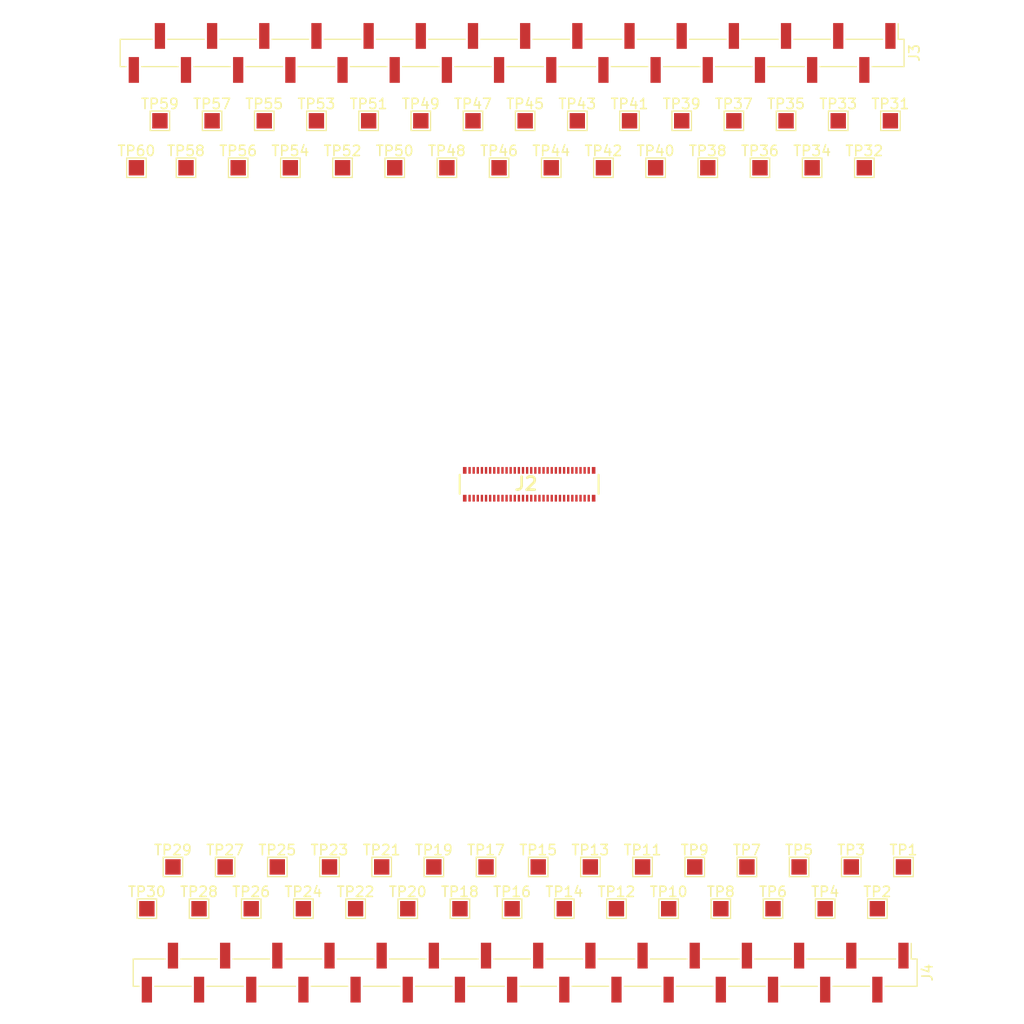
<source format=kicad_pcb>
(kicad_pcb (version 20221018) (generator pcbnew)
  (layers (0 "F.Cu" signal) (31 "B.Cu" signal) (34 "B.Paste" user) (35 "F.Paste" user) (36 "B.SilkS" user "B.Silkscreen") (37 "F.SilkS" user "F.Silkscreen") (38 "B.Mask" user) (39 "F.Mask" user) (44 "Edge.Cuts" user))
  (net 0 "")
  (net 1 "GND")
  (net 2 "/VCCIO2{slash}3")
  (net 3 "/IOB4A")
  (net 4 "/IOB4B")
  (net 5 "/IOR18A")
  (net 6 "/IOB26A")
  (net 7 "/IOR18B")
  (net 8 "/IOB26B")
  (net 9 "/IOR20A")
  (net 10 "/IOB24A")
  (net 11 "/IOR20B")
  (net 12 "/RECONFIG")
  (net 13 "/IOR22A")
  (net 14 "/IOB12B")
  (net 15 "/IOR22B")
  (net 16 "/IOB14B")
  (net 17 "/IOR24A")
  (net 18 "/IOR24B")
  (net 19 "/TCK")
  (net 20 "/IOR31A")
  (net 21 "/TMS")
  (net 22 "/IOR31B")
  (net 23 "/TDO")
  (net 24 "/IOR33A")
  (net 25 "/TDI")
  (net 26 "/IOR33B")
  (net 27 "/IOB89A")
  (net 28 "/M0_D3P")
  (net 29 "/IOB89B")
  (net 30 "/M0_D3N")
  (net 31 "/IOB91A")
  (net 32 "/IOB91B")
  (net 33 "/M0_D2P")
  (net 34 "/VDD_1V8")
  (net 35 "/M0_D2N")
  (net 36 "+2V5")
  (net 37 "/M0_CKP")
  (net 38 "/M0_CKN")
  (net 39 "+3V3")
  (net 40 "/M0_D1P")
  (net 41 "/M0_D1N")
  (net 42 "+5V")
  (net 43 "/M0_D0P")
  (net 44 "/M0_D0N")
  (net 45 "Net-(J3-Pin_10)")
  (footprint "TestPoint:TestPoint_Pad_1.5x1.5mm" (layer "F.Cu") (at 157.734 51.816)
    (fp_text reference "TP49" (at 0 -1.648) (layer "F.SilkS"))
    (fp_text value "TestPoint" hide)
    (pad "1" smd rect (at 0 0) (size 1.5 1.5) (layers "F.Cu" "F.Mask") (net 22 "/IOR31B"))
  )
  (footprint "TestPoint:TestPoint_Pad_1.5x1.5mm" (layer "F.Cu") (at 147.574 51.816)
    (fp_text reference "TP53" (at 0 -1.648) (layer "F.SilkS"))
    (fp_text value "TestPoint" hide)
    (pad "1" smd rect (at 0 0) (size 1.5 1.5) (layers "F.Cu" "F.Mask") (net 15 "/IOR22B"))
  )
  (footprint "TestPoint:TestPoint_Pad_1.5x1.5mm" (layer "F.Cu") (at 153.924 124.46)
    (fp_text reference "TP21" (at 0 -1.648) (layer "F.SilkS"))
    (fp_text value "TestPoint" hide)
    (pad "1" smd rect (at 0 0) (size 1.5 1.5) (layers "F.Cu" "F.Mask") (net 1 "GND"))
  )
  (footprint "TestPoint:TestPoint_Pad_1.5x1.5mm" (layer "F.Cu") (at 159.004 124.46)
    (fp_text reference "TP19" (at 0 -1.648) (layer "F.SilkS"))
    (fp_text value "TestPoint" hide)
    (pad "1" smd rect (at 0 0) (size 1.5 1.5) (layers "F.Cu" "F.Mask") (net 21 "/TMS"))
  )
  (footprint "TestPoint:TestPoint_Pad_1.5x1.5mm" (layer "F.Cu") (at 156.464 128.524)
    (fp_text reference "TP20" (at 0 -1.648) (layer "F.SilkS"))
    (fp_text value "TestPoint" hide)
    (pad "1" smd rect (at 0 0) (size 1.5 1.5) (layers "F.Cu" "F.Mask") (net 19 "/TCK"))
  )
  (footprint "TestPoint:TestPoint_Pad_1.5x1.5mm" (layer "F.Cu") (at 175.514 56.388)
    (fp_text reference "TP42" (at 0 -1.648) (layer "F.SilkS"))
    (fp_text value "TestPoint" hide)
    (pad "1" smd rect (at 0 0) (size 1.5 1.5) (layers "F.Cu" "F.Mask") (net 34 "/VDD_1V8"))
  )
  (footprint "TestPoint:TestPoint_Pad_1.5x1.5mm" (layer "F.Cu") (at 164.084 124.46)
    (fp_text reference "TP17" (at 0 -1.648) (layer "F.SilkS"))
    (fp_text value "TestPoint" hide)
    (pad "1" smd rect (at 0 0) (size 1.5 1.5) (layers "F.Cu" "F.Mask") (net 25 "/TDI"))
  )
  (footprint "TestPoint:TestPoint_Pad_1.5x1.5mm" (layer "F.Cu") (at 171.704 128.524)
    (fp_text reference "TP14" (at 0 -1.648) (layer "F.SilkS"))
    (fp_text value "TestPoint" hide)
    (pad "1" smd rect (at 0 0) (size 1.5 1.5) (layers "F.Cu" "F.Mask") (net 30 "/M0_D3N"))
  )
  (footprint "TestPoint:TestPoint_Pad_1.5x1.5mm" (layer "F.Cu") (at 192.024 128.524)
    (fp_text reference "TP6" (at 0 -1.648) (layer "F.SilkS"))
    (fp_text value "TestPoint" hide)
    (pad "1" smd rect (at 0 0) (size 1.5 1.5) (layers "F.Cu" "F.Mask") (net 40 "/M0_D1P"))
  )
  (footprint "TestPoint:TestPoint_Pad_1.5x1.5mm" (layer "F.Cu") (at 176.784 128.524)
    (fp_text reference "TP12" (at 0 -1.648) (layer "F.SilkS"))
    (fp_text value "TestPoint" hide)
    (pad "1" smd rect (at 0 0) (size 1.5 1.5) (layers "F.Cu" "F.Mask") (net 33 "/M0_D2P"))
  )
  (footprint "TestPoint:TestPoint_Pad_1.5x1.5mm" (layer "F.Cu") (at 134.874 56.388)
    (fp_text reference "TP58" (at 0 -1.648) (layer "F.SilkS"))
    (fp_text value "TestPoint" hide)
    (pad "1" smd rect (at 0 0) (size 1.5 1.5) (layers "F.Cu" "F.Mask") (net 5 "/IOR18A"))
  )
  (footprint "TestPoint:TestPoint_Pad_1.5x1.5mm" (layer "F.Cu") (at 161.544 128.524)
    (fp_text reference "TP18" (at 0 -1.648) (layer "F.SilkS"))
    (fp_text value "TestPoint" hide)
    (pad "1" smd rect (at 0 0) (size 1.5 1.5) (layers "F.Cu" "F.Mask") (net 23 "/TDO"))
  )
  (footprint "TestPoint:TestPoint_Pad_1.5x1.5mm" (layer "F.Cu") (at 160.274 56.388)
    (fp_text reference "TP48" (at 0 -1.648) (layer "F.SilkS"))
    (fp_text value "TestPoint" hide)
    (pad "1" smd rect (at 0 0) (size 1.5 1.5) (layers "F.Cu" "F.Mask") (net 24 "/IOR33A"))
  )
  (footprint "TestPoint:TestPoint_Pad_1.5x1.5mm" (layer "F.Cu") (at 204.724 124.46)
    (fp_text reference "TP1" (at 0 -1.648) (layer "F.SilkS"))
    (fp_text value "TestPoint" hide)
    (pad "1" smd rect (at 0 0) (size 1.5 1.5) (layers "F.Cu" "F.Mask") (net 1 "GND"))
  )
  (footprint "TestPoint:TestPoint_Pad_1.5x1.5mm" (layer "F.Cu") (at 197.104 128.524)
    (fp_text reference "TP4" (at 0 -1.648) (layer "F.SilkS"))
    (fp_text value "TestPoint" hide)
    (pad "1" smd rect (at 0 0) (size 1.5 1.5) (layers "F.Cu" "F.Mask") (net 1 "GND"))
  )
  (footprint "TestPoint:TestPoint_Pad_1.5x1.5mm" (layer "F.Cu") (at 180.594 56.388)
    (fp_text reference "TP40" (at 0 -1.648) (layer "F.SilkS"))
    (fp_text value "TestPoint" hide)
    (pad "1" smd rect (at 0 0) (size 1.5 1.5) (layers "F.Cu" "F.Mask") (net 45 "Net-(J3-Pin_10)"))
  )
  (footprint "TestPoint:TestPoint_Pad_1.5x1.5mm" (layer "F.Cu") (at 152.654 51.816)
    (fp_text reference "TP51" (at 0 -1.648) (layer "F.SilkS"))
    (fp_text value "TestPoint" hide)
    (pad "1" smd rect (at 0 0) (size 1.5 1.5) (layers "F.Cu" "F.Mask") (net 18 "/IOR24B"))
  )
  (footprint "TestPoint:TestPoint_Pad_1.5x1.5mm" (layer "F.Cu") (at 148.844 124.46)
    (fp_text reference "TP23" (at 0 -1.648) (layer "F.SilkS"))
    (fp_text value "TestPoint" hide)
    (pad "1" smd rect (at 0 0) (size 1.5 1.5) (layers "F.Cu" "F.Mask") (net 14 "/IOB12B"))
  )
  (footprint "TestPoint:TestPoint_Pad_1.5x1.5mm" (layer "F.Cu") (at 194.564 124.46)
    (fp_text reference "TP5" (at 0 -1.648) (layer "F.SilkS"))
    (fp_text value "TestPoint" hide)
    (pad "1" smd rect (at 0 0) (size 1.5 1.5) (layers "F.Cu" "F.Mask") (net 41 "/M0_D1N"))
  )
  (footprint "TestPoint:TestPoint_Pad_1.5x1.5mm" (layer "F.Cu") (at 165.354 56.388)
    (fp_text reference "TP46" (at 0 -1.648) (layer "F.SilkS"))
    (fp_text value "TestPoint" hide)
    (pad "1" smd rect (at 0 0) (size 1.5 1.5) (layers "F.Cu" "F.Mask") (net 27 "/IOB89A"))
  )
  (footprint "TestPoint:TestPoint_Pad_1.5x1.5mm" (layer "F.Cu") (at 166.624 128.524)
    (fp_text reference "TP16" (at 0 -1.648) (layer "F.SilkS"))
    (fp_text value "TestPoint" hide)
    (pad "1" smd rect (at 0 0) (size 1.5 1.5) (layers "F.Cu" "F.Mask") (net 1 "GND"))
  )
  (footprint "TestPoint:TestPoint_Pad_1.5x1.5mm" (layer "F.Cu") (at 195.834 56.388)
    (fp_text reference "TP34" (at 0 -1.648) (layer "F.SilkS"))
    (fp_text value "TestPoint" hide)
    (pad "1" smd rect (at 0 0) (size 1.5 1.5) (layers "F.Cu" "F.Mask") (net 42 "+5V"))
  )
  (footprint "TestPoint:TestPoint_Pad_1.5x1.5mm" (layer "F.Cu") (at 189.484 124.46)
    (fp_text reference "TP7" (at 0 -1.648) (layer "F.SilkS"))
    (fp_text value "TestPoint" hide)
    (pad "1" smd rect (at 0 0) (size 1.5 1.5) (layers "F.Cu" "F.Mask") (net 1 "GND"))
  )
  (footprint "TestPoint:TestPoint_Pad_1.5x1.5mm" (layer "F.Cu") (at 202.184 128.524)
    (fp_text reference "TP2" (at 0 -1.648) (layer "F.SilkS"))
    (fp_text value "TestPoint" hide)
    (pad "1" smd rect (at 0 0) (size 1.5 1.5) (layers "F.Cu" "F.Mask") (net 44 "/M0_D0N"))
  )
  (footprint "TestPoint:TestPoint_Pad_1.5x1.5mm" (layer "F.Cu") (at 190.754 56.388)
    (fp_text reference "TP36" (at 0 -1.648) (layer "F.SilkS"))
    (fp_text value "TestPoint" hide)
    (pad "1" smd rect (at 0 0) (size 1.5 1.5) (layers "F.Cu" "F.Mask") (net 39 "+3V3"))
  )
  (footprint "TestPoint:TestPoint_Pad_1.5x1.5mm" (layer "F.Cu") (at 185.674 56.388)
    (fp_text reference "TP38" (at 0 -1.648) (layer "F.SilkS"))
    (fp_text value "TestPoint" hide)
    (pad "1" smd rect (at 0 0) (size 1.5 1.5) (layers "F.Cu" "F.Mask") (net 36 "+2V5"))
  )
  (footprint "TestPoint:TestPoint_Pad_1.5x1.5mm" (layer "F.Cu") (at 203.454 51.816)
    (fp_text reference "TP31" (at 0 -1.648) (layer "F.SilkS"))
    (fp_text value "TestPoint" hide)
    (pad "1" smd rect (at 0 0) (size 1.5 1.5) (layers "F.Cu" "F.Mask") (net 42 "+5V"))
  )
  (footprint "TestPoint:TestPoint_Pad_1.5x1.5mm" (layer "F.Cu") (at 179.324 124.46)
    (fp_text reference "TP11" (at 0 -1.648) (layer "F.SilkS"))
    (fp_text value "TestPoint" hide)
    (pad "1" smd rect (at 0 0) (size 1.5 1.5) (layers "F.Cu" "F.Mask") (net 35 "/M0_D2N"))
  )
  (footprint "TestPoint:TestPoint_Pad_1.5x1.5mm" (layer "F.Cu") (at 136.144 128.524)
    (fp_text reference "TP28" (at 0 -1.648) (layer "F.SilkS"))
    (fp_text value "TestPoint" hide)
    (pad "1" smd rect (at 0 0) (size 1.5 1.5) (layers "F.Cu" "F.Mask") (net 4 "/IOB4B"))
  )
  (footprint "TestPoint:TestPoint_Pad_1.5x1.5mm" (layer "F.Cu") (at 169.164 124.46)
    (fp_text reference "TP15" (at 0 -1.648) (layer "F.SilkS"))
    (fp_text value "TestPoint" hide)
    (pad "1" smd rect (at 0 0) (size 1.5 1.5) (layers "F.Cu" "F.Mask") (net 28 "/M0_D3P"))
  )
  (footprint "TestPoint:TestPoint_Pad_1.5x1.5mm" (layer "F.Cu") (at 178.054 51.816)
    (fp_text reference "TP41" (at 0 -1.648) (layer "F.SilkS"))
    (fp_text value "TestPoint" hide)
    (pad "1" smd rect (at 0 0) (size 1.5 1.5) (layers "F.Cu" "F.Mask") (net 34 "/VDD_1V8"))
  )
  (footprint "TestPoint:TestPoint_Pad_1.5x1.5mm" (layer "F.Cu") (at 150.114 56.388)
    (fp_text reference "TP52" (at 0 -1.648) (layer "F.SilkS"))
    (fp_text value "TestPoint" hide)
    (pad "1" smd rect (at 0 0) (size 1.5 1.5) (layers "F.Cu" "F.Mask") (net 17 "/IOR24A"))
  )
  (footprint "TestPoint:TestPoint_Pad_1.5x1.5mm" (layer "F.Cu") (at 193.294 51.816)
    (fp_text reference "TP35" (at 0 -1.648) (layer "F.SilkS"))
    (fp_text value "TestPoint" hide)
    (pad "1" smd rect (at 0 0) (size 1.5 1.5) (layers "F.Cu" "F.Mask") (net 42 "+5V"))
  )
  (footprint "TestPoint:TestPoint_Pad_1.5x1.5mm" (layer "F.Cu") (at 184.404 124.46)
    (fp_text reference "TP9" (at 0 -1.648) (layer "F.SilkS"))
    (fp_text value "TestPoint" hide)
    (pad "1" smd rect (at 0 0) (size 1.5 1.5) (layers "F.Cu" "F.Mask") (net 37 "/M0_CKP"))
  )
  (footprint "TestPoint:TestPoint_Pad_1.5x1.5mm" (layer "F.Cu") (at 186.944 128.524)
    (fp_text reference "TP8" (at 0 -1.648) (layer "F.SilkS"))
    (fp_text value "TestPoint" hide)
    (pad "1" smd rect (at 0 0) (size 1.5 1.5) (layers "F.Cu" "F.Mask") (net 38 "/M0_CKN"))
  )
  (footprint "samacsys:DF40C-60DP-0.4V_51_" (layer "F.Cu") (at 168.284 87.207)
    (fp_text reference "J2" (at -0.306 -0.055) (layer "F.SilkS") (effects (font (size 1.27 1.27) (thickness 0.254))))
    (fp_text value "DF40C-60DP-0.4V_51_" hide)
    (pad "1" smd rect (at -5.8 1.355) (size 0.23 0.66) (layers "F.Cu" "F.Paste" "F.Mask") (net 1 "GND"))
    (pad "2" smd rect (at -5.8 -1.355) (size 0.23 0.66) (layers "F.Cu" "F.Paste" "F.Mask") (net 2 "/VCCIO2{slash}3"))
    (pad "3" smd rect (at -5.4 1.355) (size 0.23 0.66) (layers "F.Cu" "F.Paste" "F.Mask") (net 3 "/IOB4A"))
    (pad "4" smd rect (at -5.4 -1.355) (size 0.23 0.66) (layers "F.Cu" "F.Paste" "F.Mask") (net 2 "/VCCIO2{slash}3"))
    (pad "5" smd rect (at -5 1.355) (size 0.23 0.66) (layers "F.Cu" "F.Paste" "F.Mask") (net 4 "/IOB4B"))
    (pad "6" smd rect (at -5 -1.355) (size 0.23 0.66) (layers "F.Cu" "F.Paste" "F.Mask") (net 5 "/IOR18A"))
    (pad "7" smd rect (at -4.6 1.355) (size 0.23 0.66) (layers "F.Cu" "F.Paste" "F.Mask") (net 6 "/IOB26A"))
    (pad "8" smd rect (at -4.6 -1.355) (size 0.23 0.66) (layers "F.Cu" "F.Paste" "F.Mask") (net 7 "/IOR18B"))
    (pad "9" smd rect (at -4.2 1.355) (size 0.23 0.66) (layers "F.Cu" "F.Paste" "F.Mask") (net 8 "/IOB26B"))
    (pad "10" smd rect (at -4.2 -1.355) (size 0.23 0.66) (layers "F.Cu" "F.Paste" "F.Mask") (net 9 "/IOR20A"))
    (pad "11" smd rect (at -3.8 1.355) (size 0.23 0.66) (layers "F.Cu" "F.Paste" "F.Mask") (net 10 "/IOB24A"))
    (pad "12" smd rect (at -3.8 -1.355) (size 0.23 0.66) (layers "F.Cu" "F.Paste" "F.Mask") (net 11 "/IOR20B"))
    (pad "13" smd rect (at -3.4 1.355) (size 0.23 0.66) (layers "F.Cu" "F.Paste" "F.Mask") (net 12 "/RECONFIG"))
    (pad "14" smd rect (at -3.4 -1.355) (size 0.23 0.66) (layers "F.Cu" "F.Paste" "F.Mask") (net 13 "/IOR22A"))
    (pad "15" smd rect (at -3 1.355) (size 0.23 0.66) (layers "F.Cu" "F.Paste" "F.Mask") (net 14 "/IOB12B"))
    (pad "16" smd rect (at -3 -1.355) (size 0.23 0.66) (layers "F.Cu" "F.Paste" "F.Mask") (net 15 "/IOR22B"))
    (pad "17" smd rect (at -2.6 1.355) (size 0.23 0.66) (layers "F.Cu" "F.Paste" "F.Mask") (net 16 "/IOB14B"))
    (pad "18" smd rect (at -2.6 -1.355) (size 0.23 0.66) (layers "F.Cu" "F.Paste" "F.Mask") (net 17 "/IOR24A"))
    (pad "19" smd rect (at -2.2 1.355) (size 0.23 0.66) (layers "F.Cu" "F.Paste" "F.Mask") (net 1 "GND"))
    (pad "20" smd rect (at -2.2 -1.355) (size 0.23 0.66) (layers "F.Cu" "F.Paste" "F.Mask") (net 18 "/IOR24B"))
    (pad "21" smd rect (at -1.8 1.355) (size 0.23 0.66) (layers "F.Cu" "F.Paste" "F.Mask") (net 19 "/TCK"))
    (pad "22" smd rect (at -1.8 -1.355) (size 0.23 0.66) (layers "F.Cu" "F.Paste" "F.Mask") (net 20 "/IOR31A"))
    (pad "23" smd rect (at -1.4 1.355) (size 0.23 0.66) (layers "F.Cu" "F.Paste" "F.Mask") (net 21 "/TMS"))
    (pad "24" smd rect (at -1.4 -1.355) (size 0.23 0.66) (layers "F.Cu" "F.Paste" "F.Mask") (net 22 "/IOR31B"))
    (pad "25" smd rect (at -1 1.355) (size 0.23 0.66) (layers "F.Cu" "F.Paste" "F.Mask") (net 23 "/TDO"))
    (pad "26" smd rect (at -1 -1.355) (size 0.23 0.66) (layers "F.Cu" "F.Paste" "F.Mask") (net 24 "/IOR33A"))
    (pad "27" smd rect (at -0.6 1.355) (size 0.23 0.66) (layers "F.Cu" "F.Paste" "F.Mask") (net 25 "/TDI"))
    (pad "28" smd rect (at -0.6 -1.355) (size 0.23 0.66) (layers "F.Cu" "F.Paste" "F.Mask") (net 26 "/IOR33B"))
    (pad "29" smd rect (at -0.2 1.355) (size 0.23 0.66) (layers "F.Cu" "F.Paste" "F.Mask") (net 1 "GND"))
    (pad "30" smd rect (at -0.2 -1.355) (size 0.23 0.66) (layers "F.Cu" "F.Paste" "F.Mask") (net 27 "/IOB89A"))
    (pad "31" smd rect (at 0.2 1.355) (size 0.23 0.66) (layers "F.Cu" "F.Paste" "F.Mask") (net 28 "/M0_D3P"))
    (pad "32" smd rect (at 0.2 -1.355) (size 0.23 0.66) (layers "F.Cu" "F.Paste" "F.Mask") (net 29 "/IOB89B"))
    (pad "33" smd rect (at 0.6 1.355) (size 0.23 0.66) (layers "F.Cu" "F.Paste" "F.Mask") (net 30 "/M0_D3N"))
    (pad "34" smd rect (at 0.6 -1.355) (size 0.23 0.66) (layers "F.Cu" "F.Paste" "F.Mask") (net 31 "/IOB91A"))
    (pad "35" smd rect (at 1 1.355) (size 0.23 0.66) (layers "F.Cu" "F.Paste" "F.Mask") (net 1 "GND"))
    (pad "36" smd rect (at 1 -1.355) (size 0.23 0.66) (layers "F.Cu" "F.Paste" "F.Mask") (net 32 "/IOB91B"))
    (pad "37" smd rect (at 1.4 1.355) (size 0.23 0.66) (layers "F.Cu" "F.Paste" "F.Mask") (net 33 "/M0_D2P"))
    (pad "38" smd rect (at 1.4 -1.355) (size 0.23 0.66) (layers "F.Cu" "F.Paste" "F.Mask") (net 34 "/VDD_1V8"))
    (pad "39" smd rect (at 1.8 1.355) (size 0.23 0.66) (layers "F.Cu" "F.Paste" "F.Mask") (net 35 "/M0_D2N"))
    (pad "40" smd rect (at 1.8 -1.355) (size 0.23 0.66) (layers "F.Cu" "F.Paste" "F.Mask") (net 34 "/VDD_1V8"))
    (pad "41" smd rect (at 2.2 1.355) (size 0.23 0.66) (layers "F.Cu" "F.Paste" "F.Mask") (net 1 "GND"))
    (pad "42" smd rect (at 2.2 -1.355) (size 0.23 0.66) (layers "F.Cu" "F.Paste" "F.Mask") (net 45 "Net-(J3-Pin_10)"))
    (pad "43" smd rect (at 2.6 1.355) (size 0.23 0.66) (layers "F.Cu" "F.Paste" "F.Mask") (net 37 "/M0_CKP"))
    (pad "44" smd rect (at 2.6 -1.355) (size 0.23 0.66) (layers "F.Cu" "F.Paste" "F.Mask") (net 36 "+2V5"))
    (pad "45" smd rect (at 3 1.355) (size 0.23 0.66) (layers "F.Cu" "F.Paste" "F.Mask") (net 38 "/M0_CKN"))
    (pad "46" smd rect (at 3 -1.355) (size 0.23 0.66) (layers "F.Cu" "F.Paste" "F.Mask") (net 36 "+2V5"))
    (pad "47" smd rect (at 3.4 1.355) (size 0.23 0.66) (layers "F.Cu" "F.Paste" "F.Mask") (net 1 "GND"))
    (pad "48" smd rect (at 3.4 -1.355) (size 0.23 0.66) (layers "F.Cu" "F.Paste" "F.Mask") (net 39 "+3V3"))
    (pad "49" smd rect (at 3.8 1.355) (size 0.23 0.66) (layers "F.Cu" "F.Paste" "F.Mask") (net 40 "/M0_D1P"))
    (pad "50" smd rect (at 3.8 -1.355) (size 0.23 0.66) (layers "F.Cu" "F.Paste" "F.Mask") (net 39 "+3V3"))
    (pad "51" smd rect (at 4.2 1.355) (size 0.23 0.66) (layers "F.Cu" "F.Paste" "F.Mask") (net 41 "/M0_D1N"))
    (pad "52" smd rect (at 4.2 -1.355) (size 0.23 0.66) (layers "F.Cu" "F.Paste" "F.Mask") (net 42 "+5V"))
    (pad "53" smd rect (at 4.6 1.355) (size 0.23 0.66) (layers "F.Cu" "F.Paste" "F.Mask") (net 1 "GND"))
    (pad "54" smd rect (at 4.6 -1.355) (size 0.23 0.66) (layers "F.Cu" "F.Paste" "F.Mask") (net 42 "+5V"))
    (pad "55" smd rect (at 5 1.355) (size 0.23 0.66) (layers "F.Cu" "F.Paste" "F.Mask") (net 43 "/M0_D0P"))
    (pad "56" smd rect (at 5 -1.355) (size 0.23 0.66) (layers "F.Cu" "F.Paste" "F.Mask") (net 42 "+5V"))
    (pad "57" smd rect (at 5.4 1.355) (size 0.23 0.66) (layers "F.Cu" "F.Paste" "F.Mask") (net 44 "/M0_D0N"))
    (pad "58" smd rect (at 5.4 -1.355) (size 0.23 0.66) (layers "F.Cu" "F.Paste" "F.Mask") (net 42 "+5V"))
    (pad "59" smd rect (at 5.8 1.355) (size 0.23 0.66) (layers "F.Cu" "F.Paste" "F.Mask") (net 1 "GND"))
    (pad "60" smd rect (at 5.8 -1.355) (size 0.23 0.66) (layers "F.Cu" "F.Paste" "F.Mask") (net 42 "+5V"))
    (pad "61" smd rect (at -6.275 -1.355) (size 0.35 0.66) (layers "F.Cu" "F.Paste" "F.Mask") (net 1 "GND"))
    (pad "62" smd rect (at -6.275 1.355) (size 0.35 0.66) (layers "F.Cu" "F.Paste" "F.Mask") (net 1 "GND"))
    (pad "63" smd rect (at 6.275 1.355) (size 0.35 0.66) (layers "F.Cu" "F.Paste" "F.Mask") (net 1 "GND"))
    (pad "64" smd rect (at 6.275 -1.355) (size 0.35 0.66) (layers "F.Cu" "F.Paste" "F.Mask") (net 1 "GND"))
  )
  (footprint "TestPoint:TestPoint_Pad_1.5x1.5mm" (layer "F.Cu") (at 151.384 128.524)
    (fp_text reference "TP22" (at 0 -1.648) (layer "F.SilkS"))
    (fp_text value "TestPoint" hide)
    (pad "1" smd rect (at 0 0) (size 1.5 1.5) (layers "F.Cu" "F.Mask") (net 16 "/IOB14B"))
  )
  (footprint "TestPoint:TestPoint_Pad_1.5x1.5mm" (layer "F.Cu") (at 132.334 51.816)
    (fp_text reference "TP59" (at 0 -1.648) (layer "F.SilkS"))
    (fp_text value "TestPoint" hide)
    (pad "1" smd rect (at 0 0) (size 1.5 1.5) (layers "F.Cu" "F.Mask") (net 2 "/VCCIO2{slash}3"))
  )
  (footprint "TestPoint:TestPoint_Pad_1.5x1.5mm" (layer "F.Cu") (at 133.604 124.46)
    (fp_text reference "TP29" (at 0 -1.648) (layer "F.SilkS"))
    (fp_text value "TestPoint" hide)
    (pad "1" smd rect (at 0 0) (size 1.5 1.5) (layers "F.Cu" "F.Mask") (net 3 "/IOB4A"))
  )
  (footprint "TestPoint:TestPoint_Pad_1.5x1.5mm" (layer "F.Cu") (at 155.194 56.388)
    (fp_text reference "TP50" (at 0 -1.648) (layer "F.SilkS"))
    (fp_text value "TestPoint" hide)
    (pad "1" smd rect (at 0 0) (size 1.5 1.5) (layers "F.Cu" "F.Mask") (net 20 "/IOR31A"))
  )
  (footprint "TestPoint:TestPoint_Pad_1.5x1.5mm" (layer "F.Cu") (at 181.864 128.524)
    (fp_text reference "TP10" (at 0 -1.648) (layer "F.SilkS"))
    (fp_text value "TestPoint" hide)
    (pad "1" smd rect (at 0 0) (size 1.5 1.5) (layers "F.Cu" "F.Mask") (net 1 "GND"))
  )
  (footprint "Connector_PinHeader_2.54mm:PinHeader_1x30_P2.54mm_Vertical_SMD_Pin1Left" (layer "F.Cu") (at 167.894 134.751 -90)
    (fp_text reference "J4" (at 0 -39.16 90) (layer "F.SilkS"))
    (fp_text value "Conn_01x30")
    (pad "1" smd rect (at -1.655 -36.83 270) (size 2.51 1) (layers "F.Cu" "F.Paste" "F.Mask") (net 1 "GND"))
    (pad "2" smd rect (at 1.655 -34.29 270) (size 2.51 1) (layers "F.Cu" "F.Paste" "F.Mask") (net 44 "/M0_D0N"))
    (pad "3" smd rect (at -1.655 -31.75 270) (size 2.51 1) (layers "F.Cu" "F.Paste" "F.Mask") (net 43 "/M0_D0P"))
    (pad "4" smd rect (at 1.655 -29.21 270) (size 2.51 1) (layers "F.Cu" "F.Paste" "F.Mask") (net 1 "GND"))
    (pad "5" smd rect (at -1.655 -26.67 270) (size 2.51 1) (layers "F.Cu" "F.Paste" "F.Mask") (net 41 "/M0_D1N"))
    (pad "6" smd rect (at 1.655 -24.13 270) (size 2.51 1) (layers "F.Cu" "F.Paste" "F.Mask") (net 40 "/M0_D1P"))
    (pad "7" smd rect (at -1.655 -21.59 270) (size 2.51 1) (layers "F.Cu" "F.Paste" "F.Mask") (net 1 "GND"))
    (pad "8" smd rect (at 1.655 -19.05 270) (size 2.51 1) (layers "F.Cu" "F.Paste" "F.Mask") (net 38 "/M0_CKN"))
    (pad "9" smd rect (at -1.655 -16.51 270) (size 2.51 1) (layers "F.Cu" "F.Paste" "F.Mask") (net 37 "/M0_CKP"))
    (pad "10" smd rect (at 1.655 -13.97 270) (size 2.51 1) (layers "F.Cu" "F.Paste" "F.Mask") (net 1 "GND"))
    (pad "11" smd rect (at -1.655 -11.43 270) (size 2.51 1) (layers "F.Cu" "F.Paste" "F.Mask") (net 35 "/M0_D2N"))
    (pad "12" smd rect (at 1.655 -8.89 270) (size 2.51 1) (layers "F.Cu" "F.Paste" "F.Mask") (net 33 "/M0_D2P"))
    (pad "13" smd rect (at -1.655 -6.35 270) (size 2.51 1) (layers "F.Cu" "F.Paste" "F.Mask") (net 1 "GND"))
    (pad "14" smd rect (at 1.655 -3.81 270) (size 2.51 1) (layers "F.Cu" "F.Paste" "F.Mask") (net 30 "/M0_D3N"))
    (pad "15" smd rect (at -1.655 -1.27 270) (size 2.51 1) (layers "F.Cu" "F.Paste" "F.Mask") (net 28 "/M0_D3P"))
    (pad "16" smd rect (at 1.655 1.27 270) (size 2.51 1) (layers "F.Cu" "F.Paste" "F.Mask") (net 1 "GND"))
    (pad "17" smd rect (at -1.655 3.81 270) (size 2.51 1) (layers "F.Cu" "F.Paste" "F.Mask") (net 25 "/TDI"))
    (pad "18" smd rect (at 1.655 6.35 270) (size 2.51 1) (layers "F.Cu" "F.Paste" "F.Mask") (net 23 "/TDO"))
    (pad "19" smd rect (at -1.655 8.89 270) (size 2.51 1) (layers "F.Cu" "F.Paste" "F.Mask") (net 21 "/TMS"))
    (pad "20" smd rect (at 1.655 11.43 270) (size 2.51 1) (layers "F.Cu" "F.Paste" "F.Mask") (net 19 "/TCK"))
    (pad "21" smd rect (at -1.655 13.97 270) (size 2.51 1) (layers "F.Cu" "F.Paste" "F.Mask") (net 1 "GND"))
    (pad "22" smd rect (at 1.655 16.51 270) (size 2.51 1) (layers "F.Cu" "F.Paste" "F.Mask") (net 16 "/IOB14B"))
    (pad "23" smd rect (at -1.655 19.05 270) (size 2.51 1) (layers "F.Cu" "F.Paste" "F.Mask") (net 14 "/IOB12B"))
    (pad "24" smd rect (at 1.655 21.59 270) (size 2.51 1) (layers "F.Cu" "F.Paste" "F.Mask") (net 12 "/RECONFIG"))
    (pad "25" smd rect (at -1.655 24.13 270) (size 2.51 1) (layers "F.Cu" "F.Paste" "F.Mask") (net 10 "/IOB24A"))
    (pad "26" smd rect (at 1.655 26.67 270) (size 2.51 1) (layers "F.Cu" "F.Paste" "F.Mask") (net 8 "/IOB26B"))
    (pad "27" smd rect (at -1.655 29.21 270) (size 2.51 1) (layers "F.Cu" "F.Paste" "F.Mask") (net 6 "/IOB26A"))
    (pad "28" smd rect (at 1.655 31.75 270) (size 2.51 1) (layers "F.Cu" "F.Paste" "F.Mask") (net 4 "/IOB4B"))
    (pad "29" smd rect (at -1.655 34.29 270) (size 2.51 1) (layers "F.Cu" "F.Paste" "F.Mask") (net 3 "/IOB4A"))
    (pad "30" smd rect (at 1.655 36.83 270) (size 2.51 1) (layers "F.Cu" "F.Paste" "F.Mask") (net 1 "GND"))
  )
  (footprint "TestPoint:TestPoint_Pad_1.5x1.5mm" (layer "F.Cu") (at 131.064 128.524)
    (fp_text reference "TP30" (at 0 -1.648) (layer "F.SilkS"))
    (fp_text value "TestPoint" hide)
    (pad "1" smd rect (at 0 0) (size 1.5 1.5) (layers "F.Cu" "F.Mask") (net 1 "GND"))
  )
  (footprint "TestPoint:TestPoint_Pad_1.5x1.5mm" (layer "F.Cu") (at 167.894 51.816)
    (fp_text reference "TP45" (at 0 -1.648) (layer "F.SilkS"))
    (fp_text value "TestPoint" hide)
    (pad "1" smd rect (at 0 0) (size 1.5 1.5) (layers "F.Cu" "F.Mask") (net 29 "/IOB89B"))
  )
  (footprint "TestPoint:TestPoint_Pad_1.5x1.5mm" (layer "F.Cu") (at 130.048 56.388)
    (fp_text reference "TP60" (at 0 -1.648) (layer "F.SilkS"))
    (fp_text value "TestPoint" hide)
    (pad "1" smd rect (at 0 0) (size 1.5 1.5) (layers "F.Cu" "F.Mask") (net 2 "/VCCIO2{slash}3"))
  )
  (footprint "TestPoint:TestPoint_Pad_1.5x1.5mm" (layer "F.Cu") (at 138.684 124.46)
    (fp_text reference "TP27" (at 0 -1.648) (layer "F.SilkS"))
    (fp_text value "TestPoint" hide)
    (pad "1" smd rect (at 0 0) (size 1.5 1.5) (layers "F.Cu" "F.Mask") (net 6 "/IOB26A"))
  )
  (footprint "TestPoint:TestPoint_Pad_1.5x1.5mm" (layer "F.Cu") (at 183.134 51.816)
    (fp_text reference "TP39" (at 0 -1.648) (layer "F.SilkS"))
    (fp_text value "TestPoint" hide)
    (pad "1" smd rect (at 0 0) (size 1.5 1.5) (layers "F.Cu" "F.Mask") (net 36 "+2V5"))
  )
  (footprint "TestPoint:TestPoint_Pad_1.5x1.5mm" (layer "F.Cu") (at 137.414 51.816)
    (fp_text reference "TP57" (at 0 -1.648) (layer "F.SilkS"))
    (fp_text value "TestPoint" hide)
    (pad "1" smd rect (at 0 0) (size 1.5 1.5) (layers "F.Cu" "F.Mask") (net 7 "/IOR18B"))
  )
  (footprint "Connector_PinHeader_2.54mm:PinHeader_1x30_P2.54mm_Vertical_SMD_Pin1Left" (layer "F.Cu") (at 166.624 45.212 -90)
    (fp_text reference "J3" (at 0 -39.16 90) (layer "F.SilkS"))
    (fp_text value "Conn_01x30")
    (pad "1" smd rect (at -1.655 -36.83 270) (size 2.51 1) (layers "F.Cu" "F.Paste" "F.Mask") (net 42 "+5V"))
    (pad "2" smd rect (at 1.655 -34.29 270) (size 2.51 1) (layers "F.Cu" "F.Paste" "F.Mask") (net 42 "+5V"))
    (pad "3" smd rect (at -1.655 -31.75 270) (size 2.51 1) (layers "F.Cu" "F.Paste" "F.Mask") (net 42 "+5V"))
    (pad "4" smd rect (at 1.655 -29.21 270) (size 2.51 1) (layers "F.Cu" "F.Paste" "F.Mask") (net 42 "+5V"))
    (pad "5" smd rect (at -1.655 -26.67 270) (size 2.51 1) (layers "F.Cu" "F.Paste" "F.Mask") (net 42 "+5V"))
    (pad "6" smd rect (at 1.655 -24.13 270) (size 2.51 1) (layers "F.Cu" "F.Paste" "F.Mask") (net 39 "+3V3"))
    (pad "7" smd rect (at -1.655 -21.59 270) (size 2.51 1) (layers "F.Cu" "F.Paste" "F.Mask") (net 39 "+3V3"))
    (pad "8" smd rect (at 1.655 -19.05 270) (size 2.51 1) (layers "F.Cu" "F.Paste" "F.Mask") (net 36 "+2V5"))
    (pad "9" smd rect (at -1.655 -16.51 270) (size 2.51 1) (layers "F.Cu" "F.Paste" "F.Mask") (net 36 "+2V5"))
    (pad "10" smd rect (at 1.655 -13.97 270) (size 2.51 1) (layers "F.Cu" "F.Paste" "F.Mask") (net 45 "Net-(J3-Pin_10)"))
    (pad "11" smd rect (at -1.655 -11.43 270) (size 2.51 1) (layers "F.Cu" "F.Paste" "F.Mask") (net 34 "/VDD_1V8"))
    (pad "12" smd rect (at 1.655 -8.89 270) (size 2.51 1) (layers "F.Cu" "F.Paste" "F.Mask") (net 34 "/VDD_1V8"))
    (pad "13" smd rect (at -1.655 -6.35 270) (size 2.51 1) (layers "F.Cu" "F.Paste" "F.Mask") (net 32 "/IOB91B"))
    (pad "14" smd rect (at 1.655 -3.81 270) (size 2.51 1) (layers "F.Cu" "F.Paste" "F.Mask") (net 31 "/IOB91A"))
    (pad "15" smd rect (at -1.655 -1.27 270) (size 2.51 1) (layers "F.Cu" "F.Paste" "F.Mask") (net 29 "/IOB89B"))
    (pad "16" smd rect (at 1.655 1.27 270) (size 2.51 1) (layers "F.Cu" "F.Paste" "F.Mask") (net 27 "/IOB89A"))
    (pad "17" smd rect (at -1.655 3.81 270) (size 2.51 1) (layers "F.Cu" "F.Paste" "F.Mask") (net 26 "/IOR33B"))
    (pad "18" smd rect (at 1.655 6.35 270) (size 2.51 1) (layers "F.Cu" "F.Paste" "F.Mask") (net 24 "/IOR33A"))
    (pad "19" smd rect (at -1.655 8.89 270) (size 2.51 1) (layers "F.Cu" "F.Paste" "F.Mask") (net 22 "/IOR31B"))
    (pad "20" smd rect (at 1.655 11.43 270) (size 2.51 1) (layers "F.Cu" "F.Paste" "F.Mask") (net 20 "/IOR31A"))
    (pad "21" smd rect (at -1.655 13.97 270) (size 2.51 1) (layers "F.Cu" "F.Paste" "F.Mask") (net 18 "/IOR24B"))
    (pad "22" smd rect (at 1.655 16.51 270) (size 2.51 1) (layers "F.Cu" "F.Paste" "F.Mask") (net 17 "/IOR24A"))
    (pad "23" smd rect (at -1.655 19.05 270) (size 2.51 1) (layers "F.Cu" "F.Paste" "F.Mask") (net 15 "/IOR22B"))
    (pad "24" smd rect (at 1.655 21.59 270) (size 2.51 1) (layers "F.Cu" "F.Paste" "F.Mask") (net 13 "/IOR22A"))
    (pad "25" smd rect (at -1.655 24.13 270) (size 2.51 1) (layers "F.Cu" "F.Paste" "F.Mask") (net 11 "/IOR20B"))
    (pad "26" smd rect (at 1.655 26.67 270) (size 2.51 1) (layers "F.Cu" "F.Paste" "F.Mask") (net 9 "/IOR20A"))
    (pad "27" smd rect (at -1.655 29.21 270) (size 2.51 1) (layers "F.Cu" "F.Paste" "F.Mask") (net 7 "/IOR18B"))
    (pad "28" smd rect (at 1.655 31.75 270) (size 2.51 1) (layers "F.Cu" "F.Paste" "F.Mask") (net 5 "/IOR18A"))
    (pad "29" smd rect (at -1.655 34.29 270) (size 2.51 1) (layers "F.Cu" "F.Paste" "F.Mask") (net 2 "/VCCIO2{slash}3"))
    (pad "30" smd rect (at 1.655 36.83 270) (size 2.51 1) (layers "F.Cu" "F.Paste" "F.Mask") (net 2 "/VCCIO2{slash}3"))
  )
  (footprint "TestPoint:TestPoint_Pad_1.5x1.5mm" (layer "F.Cu") (at 145.034 56.388)
    (fp_text reference "TP54" (at 0 -1.648) (layer "F.SilkS"))
    (fp_text value "TestPoint" hide)
    (pad "1" smd rect (at 0 0) (size 1.5 1.5) (layers "F.Cu" "F.Mask") (net 13 "/IOR22A"))
  )
  (footprint "TestPoint:TestPoint_Pad_1.5x1.5mm" (layer "F.Cu") (at 172.974 51.816)
    (fp_text reference "TP43" (at 0 -1.648) (layer "F.SilkS"))
    (fp_text value "TestPoint" hide)
    (pad "1" smd rect (at 0 0) (size 1.5 1.5) (layers "F.Cu" "F.Mask") (net 32 "/IOB91B"))
  )
  (footprint "TestPoint:TestPoint_Pad_1.5x1.5mm" (layer "F.Cu") (at 162.814 51.816)
    (fp_text reference "TP47" (at 0 -1.648) (layer "F.SilkS"))
    (fp_text value "TestPoint" hide)
    (pad "1" smd rect (at 0 0) (size 1.5 1.5) (layers "F.Cu" "F.Mask") (net 26 "/IOR33B"))
  )
  (footprint "TestPoint:TestPoint_Pad_1.5x1.5mm" (layer "F.Cu") (at 198.374 51.816)
    (fp_text reference "TP33" (at 0 -1.648) (layer "F.SilkS"))
    (fp_text value "TestPoint" hide)
    (pad "1" smd rect (at 0 0) (size 1.5 1.5) (layers "F.Cu" "F.Mask") (net 42 "+5V"))
  )
  (footprint "TestPoint:TestPoint_Pad_1.5x1.5mm" (layer "F.Cu") (at 188.214 51.816)
    (fp_text reference "TP37" (at 0 -1.648) (layer "F.SilkS"))
    (fp_text value "TestPoint" hide)
    (pad "1" smd rect (at 0 0) (size 1.5 1.5) (layers "F.Cu" "F.Mask") (net 39 "+3V3"))
  )
  (footprint "TestPoint:TestPoint_Pad_1.5x1.5mm" (layer "F.Cu") (at 143.764 124.46)
    (fp_text reference "TP25" (at 0 -1.648) (layer "F.SilkS"))
    (fp_text value "TestPoint" hide)
    (pad "1" smd rect (at 0 0) (size 1.5 1.5) (layers "F.Cu" "F.Mask") (net 10 "/IOB24A"))
  )
  (footprint "TestPoint:TestPoint_Pad_1.5x1.5mm" (layer "F.Cu") (at 146.304 128.524)
    (fp_text reference "TP24" (at 0 -1.648) (layer "F.SilkS"))
    (fp_text value "TestPoint" hide)
    (pad "1" smd rect (at 0 0) (size 1.5 1.5) (layers "F.Cu" "F.Mask") (net 12 "/RECONFIG"))
  )
  (footprint "TestPoint:TestPoint_Pad_1.5x1.5mm" (layer "F.Cu") (at 141.224 128.524)
    (fp_text reference "TP26" (at 0 -1.648) (layer "F.SilkS"))
    (fp_text value "TestPoint" hide)
    (pad "1" smd rect (at 0 0) (size 1.5 1.5) (layers "F.Cu" "F.Mask") (net 8 "/IOB26B"))
  )
  (footprint "TestPoint:TestPoint_Pad_1.5x1.5mm" (layer "F.Cu") (at 142.494 51.816)
    (fp_text reference "TP55" (at 0 -1.648) (layer "F.SilkS"))
    (fp_text value "TestPoint" hide)
    (pad "1" smd rect (at 0 0) (size 1.5 1.5) (layers "F.Cu" "F.Mask") (net 11 "/IOR20B"))
  )
  (footprint "TestPoint:TestPoint_Pad_1.5x1.5mm" (layer "F.Cu") (at 139.954 56.388)
    (fp_text reference "TP56" (at 0 -1.648) (layer "F.SilkS"))
    (fp_text value "TestPoint" hide)
    (pad "1" smd rect (at 0 0) (size 1.5 1.5) (layers "F.Cu" "F.Mask") (net 9 "/IOR20A"))
  )
  (footprint "TestPoint:TestPoint_Pad_1.5x1.5mm" (layer "F.Cu") (at 199.644 124.46)
    (fp_text reference "TP3" (at 0 -1.648) (layer "F.SilkS"))
    (fp_text value "TestPoint" hide)
    (pad "1" smd rect (at 0 0) (size 1.5 1.5) (layers "F.Cu" "F.Mask") (net 43 "/M0_D0P"))
  )
  (footprint "TestPoint:TestPoint_Pad_1.5x1.5mm" (layer "F.Cu") (at 170.434 56.388)
    (fp_text reference "TP44" (at 0 -1.648) (layer "F.SilkS"))
    (fp_text value "TestPoint" hide)
    (pad "1" smd rect (at 0 0) (size 1.5 1.5) (layers "F.Cu" "F.Mask") (net 31 "/IOB91A"))
  )
  (footprint "TestPoint:TestPoint_Pad_1.5x1.5mm" (layer "F.Cu") (at 200.914 56.388)
    (fp_text reference "TP32" (at 0 -1.648) (layer "F.SilkS"))
    (fp_text value "TestPoint" hide)
    (pad "1" smd rect (at 0 0) (size 1.5 1.5) (layers "F.Cu" "F.Mask") (net 42 "+5V"))
  )
  (footprint "TestPoint:TestPoint_Pad_1.5x1.5mm" (layer "F.Cu") (at 174.244 124.46)
    (fp_text reference "TP13" (at 0 -1.648) (layer "F.SilkS"))
    (fp_text value "TestPoint" hide)
    (pad "1" smd rect (at 0 0) (size 1.5 1.5) (layers "F.Cu" "F.Mask") (net 1 "GND"))
  )
)
</source>
